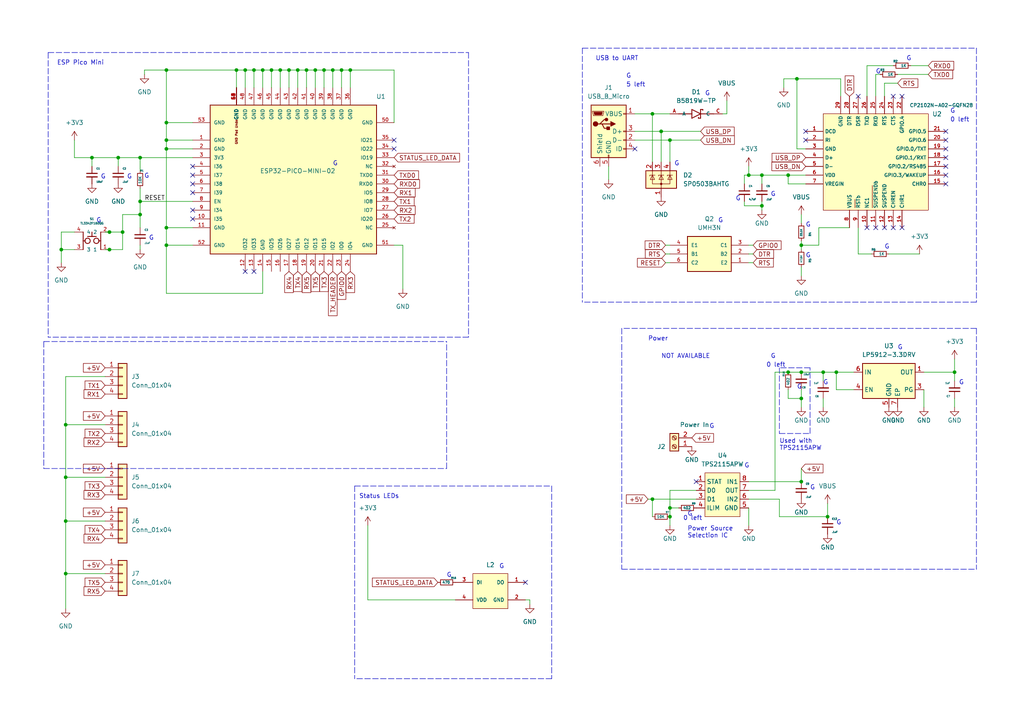
<source format=kicad_sch>
(kicad_sch (version 20211123) (generator eeschema)
  (paper "A4")
  (title_block (title "Kill Switch - Remote") (date "2023-04-12") (rev "1.1") (company "Created by: Greg Hulette") (comment 1 "- LoRa to WiFi Bridge") (comment 2 "- Buttons for Master Relay"))
  (junction (at 220.98 59.69))
  (junction (at 76.2 20.32))
  (junction (at 232.41 139.7))
  (junction (at 88.9 20.32))
  (junction (at 232.41 115.57))
  (junction (at 240.03 149.86))
  (junction (at 48.26 20.32))
  (junction (at 99.06 20.32))
  (junction (at 19.05 151.13))
  (junction (at 228.6 107.95))
  (junction (at 232.41 71.12))
  (junction (at 228.6 50.8))
  (junction (at 48.26 43.18))
  (junction (at 34.29 45.72))
  (junction (at 93.98 20.32))
  (junction (at 17.78 72.39))
  (junction (at 194.31 149.86))
  (junction (at 83.82 20.32))
  (junction (at 48.26 71.12))
  (junction (at 19.05 123.19))
  (junction (at 48.26 40.64))
  (junction (at 68.58 20.32))
  (junction (at 231.14 22.86))
  (junction (at 189.23 33.02))
  (junction (at 71.12 20.32))
  (junction (at 101.6 20.32))
  (junction (at 78.74 20.32))
  (junction (at 48.26 66.04))
  (junction (at 40.64 45.72))
  (junction (at 35.56 67.31))
  (junction (at 40.64 58.42))
  (junction (at 194.31 40.64))
  (junction (at 86.36 20.32))
  (junction (at 217.17 50.8))
  (junction (at 238.76 107.95))
  (junction (at 40.64 62.23))
  (junction (at 73.66 20.32))
  (junction (at 220.98 50.8))
  (junction (at 242.57 107.95))
  (junction (at 91.44 20.32))
  (junction (at 191.77 38.1))
  (junction (at 276.86 107.95))
  (junction (at 189.23 144.78))
  (junction (at 81.28 20.32))
  (junction (at 31.75 72.39))
  (junction (at 26.67 45.72))
  (junction (at 19.05 166.37))
  (junction (at 48.26 35.56))
  (junction (at 31.75 67.31))
  (junction (at 194.31 147.32))
  (junction (at 232.41 107.95))
  (junction (at 19.05 138.43))
  (junction (at 96.52 20.32))
  (no_connect (at 259.08 27.94))
  (no_connect (at 152.4 168.91))
  (no_connect (at 201.93 139.7))
  (no_connect (at 55.88 55.88))
  (no_connect (at 55.88 60.96))
  (no_connect (at 55.88 48.26))
  (no_connect (at 55.88 50.8))
  (no_connect (at 55.88 53.34))
  (no_connect (at 71.12 78.74))
  (no_connect (at 55.88 63.5))
  (no_connect (at 114.3 40.64))
  (no_connect (at 73.66 78.74))
  (no_connect (at 114.3 43.18))
  (no_connect (at 248.92 27.94))
  (no_connect (at 233.68 38.1))
  (no_connect (at 233.68 40.64))
  (no_connect (at 261.62 27.94))
  (no_connect (at 256.54 66.04))
  (no_connect (at 254 66.04))
  (no_connect (at 251.46 66.04))
  (no_connect (at 274.32 53.34))
  (no_connect (at 274.32 38.1))
  (no_connect (at 274.32 40.64))
  (no_connect (at 274.32 43.18))
  (no_connect (at 274.32 45.72))
  (no_connect (at 274.32 48.26))
  (no_connect (at 274.32 50.8))
  (no_connect (at 261.62 66.04))
  (no_connect (at 259.08 66.04))
  (no_connect (at 184.15 43.18))
  (polyline (pts (xy 135.89 15.24) (xy 135.89 97.79)))
  (polyline (pts (xy 102.87 140.97) (xy 160.02 140.97)))
  (polyline (pts (xy 226.06 106.68) (xy 226.06 125.73)))
  (wire (pts (xy 193.04 76.2) (xy 194.31 76.2)))
  (wire (pts (xy 228.6 115.57) (xy 232.41 115.57)))
  (wire (pts (xy 238.76 107.95) (xy 242.57 107.95)))
  (wire (pts (xy 40.64 45.72) (xy 34.29 45.72)))
  (wire (pts (xy 55.88 71.12) (xy 48.26 71.12)))
  (wire (pts (xy 215.9 58.42) (xy 215.9 59.69)))
  (wire (pts (xy 189.23 144.78) (xy 201.93 144.78)))
  (wire (pts (xy 254 27.94) (xy 254 21.59)))
  (wire (pts (xy 232.41 135.89) (xy 232.41 139.7)))
  (wire (pts (xy 256.54 27.94) (xy 256.54 24.13)))
  (wire (pts (xy 224.79 107.95) (xy 228.6 107.95)))
  (wire (pts (xy 217.17 152.4) (xy 217.17 147.32)))
  (wire (pts (xy 48.26 66.04) (xy 55.88 66.04)))
  (wire (pts (xy 71.12 20.32) (xy 71.12 25.4)))
  (polyline (pts (xy 12.7 99.06) (xy 129.54 99.06)))
  (polyline (pts (xy 168.91 13.97) (xy 283.21 13.97)))
  (wire (pts (xy 220.98 53.34) (xy 220.98 50.8)))
  (wire (pts (xy 93.98 20.32) (xy 96.52 20.32)))
  (wire (pts (xy 17.78 67.31) (xy 17.78 72.39)))
  (wire (pts (xy 218.44 73.66) (xy 217.17 73.66)))
  (wire (pts (xy 40.64 58.42) (xy 40.64 62.23)))
  (wire (pts (xy 232.41 77.47) (xy 232.41 80.01)))
  (wire (pts (xy 237.49 66.04) (xy 237.49 71.12)))
  (wire (pts (xy 209.55 33.02) (xy 210.82 33.02)))
  (wire (pts (xy 48.26 71.12) (xy 48.26 66.04)))
  (wire (pts (xy 48.26 43.18) (xy 48.26 40.64)))
  (wire (pts (xy 86.36 20.32) (xy 86.36 25.4)))
  (wire (pts (xy 48.26 20.32) (xy 48.26 35.56)))
  (wire (pts (xy 240.03 146.05) (xy 240.03 149.86)))
  (wire (pts (xy 194.31 147.32) (xy 194.31 149.86)))
  (wire (pts (xy 194.31 73.66) (xy 193.04 73.66)))
  (wire (pts (xy 189.23 33.02) (xy 189.23 46.99)))
  (polyline (pts (xy 283.21 95.25) (xy 283.21 165.1)))
  (wire (pts (xy 91.44 20.32) (xy 91.44 25.4)))
  (polyline (pts (xy 12.7 135.89) (xy 129.54 135.89)))
  (wire (pts (xy 88.9 20.32) (xy 91.44 20.32)))
  (wire (pts (xy 40.64 45.72) (xy 40.64 49.53)))
  (polyline (pts (xy 283.21 87.63) (xy 168.91 87.63)))
  (wire (pts (xy 19.05 151.13) (xy 19.05 166.37)))
  (wire (pts (xy 217.17 142.24) (xy 224.79 142.24)))
  (wire (pts (xy 48.26 40.64) (xy 55.88 40.64)))
  (wire (pts (xy 35.56 62.23) (xy 35.56 67.31)))
  (polyline (pts (xy 135.89 97.79) (xy 13.97 97.79)))
  (wire (pts (xy 228.6 50.8) (xy 220.98 50.8)))
  (wire (pts (xy 21.59 40.64) (xy 21.59 45.72)))
  (wire (pts (xy 201.93 142.24) (xy 194.31 142.24)))
  (wire (pts (xy 215.9 59.69) (xy 220.98 59.69)))
  (wire (pts (xy 30.48 138.43) (xy 19.05 138.43)))
  (wire (pts (xy 30.48 72.39) (xy 31.75 72.39)))
  (wire (pts (xy 19.05 138.43) (xy 19.05 151.13)))
  (wire (pts (xy 276.86 118.11) (xy 276.86 115.57)))
  (polyline (pts (xy 180.34 95.25) (xy 180.34 165.1)))
  (wire (pts (xy 264.16 19.05) (xy 269.24 19.05)))
  (wire (pts (xy 220.98 58.42) (xy 220.98 59.69)))
  (wire (pts (xy 232.41 71.12) (xy 232.41 72.39)))
  (wire (pts (xy 55.88 45.72) (xy 40.64 45.72)))
  (wire (pts (xy 86.36 20.32) (xy 88.9 20.32)))
  (wire (pts (xy 26.67 45.72) (xy 21.59 45.72)))
  (wire (pts (xy 17.78 72.39) (xy 21.59 72.39)))
  (wire (pts (xy 73.66 20.32) (xy 76.2 20.32)))
  (wire (pts (xy 153.67 173.99) (xy 152.4 173.99)))
  (polyline (pts (xy 168.91 13.97) (xy 168.91 87.63)))
  (wire (pts (xy 83.82 20.32) (xy 86.36 20.32)))
  (wire (pts (xy 48.26 20.32) (xy 68.58 20.32)))
  (wire (pts (xy 176.53 48.26) (xy 176.53 52.07)))
  (wire (pts (xy 71.12 20.32) (xy 73.66 20.32)))
  (wire (pts (xy 40.64 71.12) (xy 40.64 72.39)))
  (wire (pts (xy 233.68 50.8) (xy 228.6 50.8)))
  (wire (pts (xy 30.48 151.13) (xy 19.05 151.13)))
  (wire (pts (xy 247.65 113.03) (xy 242.57 113.03)))
  (wire (pts (xy 220.98 59.69) (xy 220.98 60.96)))
  (wire (pts (xy 184.15 40.64) (xy 194.31 40.64)))
  (wire (pts (xy 227.33 22.86) (xy 227.33 25.4)))
  (wire (pts (xy 40.64 54.61) (xy 40.64 58.42)))
  (wire (pts (xy 81.28 20.32) (xy 83.82 20.32)))
  (wire (pts (xy 238.76 110.49) (xy 238.76 107.95)))
  (wire (pts (xy 194.31 147.32) (xy 196.85 147.32)))
  (wire (pts (xy 19.05 123.19) (xy 19.05 138.43)))
  (wire (pts (xy 237.49 71.12) (xy 232.41 71.12)))
  (wire (pts (xy 267.97 107.95) (xy 276.86 107.95)))
  (wire (pts (xy 101.6 25.4) (xy 101.6 20.32)))
  (wire (pts (xy 76.2 78.74) (xy 76.2 85.09)))
  (wire (pts (xy 194.31 40.64) (xy 194.31 46.99)))
  (wire (pts (xy 17.78 72.39) (xy 17.78 76.2)))
  (wire (pts (xy 210.82 29.21) (xy 210.82 33.02)))
  (wire (pts (xy 76.2 25.4) (xy 76.2 20.32)))
  (wire (pts (xy 30.48 123.19) (xy 19.05 123.19)))
  (wire (pts (xy 26.67 45.72) (xy 26.67 48.26)))
  (wire (pts (xy 217.17 76.2) (xy 218.44 76.2)))
  (wire (pts (xy 231.14 22.86) (xy 227.33 22.86)))
  (wire (pts (xy 96.52 20.32) (xy 96.52 25.4)))
  (wire (pts (xy 226.06 144.78) (xy 226.06 149.86)))
  (wire (pts (xy 106.68 173.99) (xy 132.08 173.99)))
  (wire (pts (xy 194.31 142.24) (xy 194.31 147.32)))
  (wire (pts (xy 30.48 166.37) (xy 19.05 166.37)))
  (wire (pts (xy 68.58 20.32) (xy 68.58 25.4)))
  (wire (pts (xy 232.41 107.95) (xy 238.76 107.95)))
  (wire (pts (xy 228.6 107.95) (xy 232.41 107.95)))
  (wire (pts (xy 41.91 20.32) (xy 48.26 20.32)))
  (polyline (pts (xy 226.06 125.73) (xy 234.95 125.73)))
  (wire (pts (xy 242.57 107.95) (xy 247.65 107.95)))
  (wire (pts (xy 233.68 53.34) (xy 228.6 53.34)))
  (wire (pts (xy 224.79 107.95) (xy 224.79 142.24)))
  (wire (pts (xy 48.26 85.09) (xy 48.26 71.12)))
  (wire (pts (xy 276.86 104.14) (xy 276.86 107.95)))
  (wire (pts (xy 34.29 45.72) (xy 34.29 48.26)))
  (polyline (pts (xy 160.02 140.97) (xy 160.02 196.85)))
  (wire (pts (xy 184.15 33.02) (xy 189.23 33.02)))
  (wire (pts (xy 232.41 139.7) (xy 217.17 139.7)))
  (wire (pts (xy 99.06 20.32) (xy 101.6 20.32)))
  (wire (pts (xy 114.3 20.32) (xy 101.6 20.32)))
  (wire (pts (xy 78.74 20.32) (xy 78.74 25.4)))
  (wire (pts (xy 35.56 62.23) (xy 40.64 62.23)))
  (polyline (pts (xy 102.87 140.97) (xy 102.87 196.85)))
  (wire (pts (xy 96.52 20.32) (xy 99.06 20.32)))
  (wire (pts (xy 226.06 149.86) (xy 240.03 149.86)))
  (wire (pts (xy 116.84 71.12) (xy 116.84 83.82)))
  (wire (pts (xy 191.77 38.1) (xy 191.77 46.99)))
  (polyline (pts (xy 129.54 135.89) (xy 129.54 99.06)))
  (wire (pts (xy 233.68 43.18) (xy 231.14 43.18)))
  (polyline (pts (xy 180.34 165.1) (xy 283.21 165.1)))
  (wire (pts (xy 187.96 144.78) (xy 189.23 144.78)))
  (wire (pts (xy 153.67 175.26) (xy 153.67 173.99)))
  (wire (pts (xy 19.05 109.22) (xy 19.05 123.19)))
  (wire (pts (xy 81.28 20.32) (xy 81.28 25.4)))
  (wire (pts (xy 248.92 73.66) (xy 252.73 73.66)))
  (wire (pts (xy 35.56 67.31) (xy 35.56 72.39)))
  (wire (pts (xy 41.91 20.32) (xy 41.91 21.59)))
  (wire (pts (xy 251.46 27.94) (xy 251.46 19.05)))
  (wire (pts (xy 88.9 20.32) (xy 88.9 25.4)))
  (wire (pts (xy 232.41 62.23) (xy 232.41 64.77)))
  (wire (pts (xy 254 21.59) (xy 255.27 21.59)))
  (wire (pts (xy 232.41 113.03) (xy 232.41 115.57)))
  (wire (pts (xy 93.98 20.32) (xy 93.98 25.4)))
  (wire (pts (xy 31.75 67.31) (xy 35.56 67.31)))
  (wire (pts (xy 248.92 66.04) (xy 248.92 73.66)))
  (wire (pts (xy 217.17 48.26) (xy 217.17 50.8)))
  (wire (pts (xy 83.82 20.32) (xy 83.82 25.4)))
  (wire (pts (xy 40.64 58.42) (xy 55.88 58.42)))
  (wire (pts (xy 106.68 152.4) (xy 106.68 173.99)))
  (wire (pts (xy 30.48 67.31) (xy 31.75 67.31)))
  (wire (pts (xy 17.78 67.31) (xy 21.59 67.31)))
  (polyline (pts (xy 283.21 13.97) (xy 283.21 87.63)))
  (wire (pts (xy 243.84 27.94) (xy 243.84 22.86)))
  (wire (pts (xy 232.41 69.85) (xy 232.41 71.12)))
  (wire (pts (xy 215.9 50.8) (xy 217.17 50.8)))
  (wire (pts (xy 48.26 43.18) (xy 55.88 43.18)))
  (polyline (pts (xy 12.7 99.06) (xy 12.7 135.89)))
  (wire (pts (xy 91.44 20.32) (xy 93.98 20.32)))
  (wire (pts (xy 217.17 50.8) (xy 220.98 50.8)))
  (wire (pts (xy 73.66 20.32) (xy 73.66 25.4)))
  (wire (pts (xy 114.3 35.56) (xy 114.3 20.32)))
  (polyline (pts (xy 234.95 106.68) (xy 226.06 106.68)))
  (wire (pts (xy 257.81 73.66) (xy 266.7 73.66)))
  (wire (pts (xy 232.41 115.57) (xy 232.41 118.11)))
  (wire (pts (xy 217.17 144.78) (xy 226.06 144.78)))
  (polyline (pts (xy 283.21 95.25) (xy 180.34 95.25)))
  (wire (pts (xy 40.64 62.23) (xy 40.64 66.04)))
  (wire (pts (xy 55.88 35.56) (xy 48.26 35.56)))
  (wire (pts (xy 189.23 33.02) (xy 194.31 33.02)))
  (wire (pts (xy 184.15 38.1) (xy 191.77 38.1)))
  (wire (pts (xy 30.48 109.22) (xy 19.05 109.22)))
  (wire (pts (xy 78.74 20.32) (xy 81.28 20.32)))
  (wire (pts (xy 48.26 35.56) (xy 48.26 40.64)))
  (wire (pts (xy 189.23 144.78) (xy 189.23 149.86)))
  (polyline (pts (xy 160.02 196.85) (xy 102.87 196.85)))
  (wire (pts (xy 215.9 53.34) (xy 215.9 50.8)))
  (wire (pts (xy 34.29 45.72) (xy 26.67 45.72)))
  (wire (pts (xy 260.35 21.59) (xy 269.24 21.59)))
  (wire (pts (xy 191.77 38.1) (xy 203.2 38.1)))
  (wire (pts (xy 48.26 66.04) (xy 48.26 43.18)))
  (wire (pts (xy 231.14 43.18) (xy 231.14 22.86)))
  (polyline (pts (xy 234.95 125.73) (xy 234.95 106.68)))
  (wire (pts (xy 76.2 20.32) (xy 78.74 20.32)))
  (wire (pts (xy 76.2 85.09) (xy 48.26 85.09)))
  (wire (pts (xy 276.86 110.49) (xy 276.86 107.95)))
  (wire (pts (xy 256.54 24.13) (xy 260.35 24.13)))
  (wire (pts (xy 217.17 71.12) (xy 218.44 71.12)))
  (wire (pts (xy 242.57 113.03) (xy 242.57 107.95)))
  (wire (pts (xy 193.04 71.12) (xy 194.31 71.12)))
  (wire (pts (xy 194.31 149.86) (xy 194.31 152.4)))
  (polyline (pts (xy 13.97 15.24) (xy 135.89 15.24)))
  (wire (pts (xy 228.6 53.34) (xy 228.6 50.8)))
  (wire (pts (xy 237.49 66.04) (xy 246.38 66.04)))
  (wire (pts (xy 238.76 115.57) (xy 238.76 118.11)))
  (wire (pts (xy 31.75 72.39) (xy 35.56 72.39)))
  (wire (pts (xy 251.46 19.05) (xy 259.08 19.05)))
  (wire (pts (xy 68.58 20.32) (xy 71.12 20.32)))
  (wire (pts (xy 243.84 22.86) (xy 231.14 22.86)))
  (wire (pts (xy 194.31 40.64) (xy 203.2 40.64)))
  (wire (pts (xy 267.97 118.11) (xy 267.97 113.03)))
  (wire (pts (xy 99.06 20.32) (xy 99.06 25.4)))
  (wire (pts (xy 114.3 71.12) (xy 116.84 71.12)))
  (wire (pts (xy 19.05 166.37) (xy 19.05 176.53)))
  (polyline (pts (xy 13.97 15.24) (xy 13.97 97.79)))
  (wire (pts (xy 228.6 113.03) (xy 228.6 115.57)))
  (text "G" (at 215.9 135.89 0) (effects (font (size 1.27 1.27)) (justify left bottom)))
  (text "G" (at 254 21.59 0) (effects (font (size 1.27 1.27)) (justify left bottom)))
  (text "0 left" (at 275.59 35.56 0) (effects (font (size 1.27 1.27)) (justify left bottom)))
  (text "Power" (at 187.96 99.06 0) (effects (font (size 1.27 1.27)) (justify left bottom)))
  (text "G" (at 96.52 48.26 0) (effects (font (size 1.27 1.27)) (justify left bottom)))
  (text "G" (at 43.18 69.85 0) (effects (font (size 1.27 1.27)) (justify left bottom)))
  (text "G" (at 41.8215 51.8785 0) (effects (font (size 1.27 1.27)) (justify left bottom)))
  (text "G" (at 205.74 124.46 0) (effects (font (size 1.27 1.27)) (justify left bottom)))
  (text "G" (at 233.68 66.04 0) (effects (font (size 1.27 1.27)) (justify left bottom)))
  (text "G" (at 36.83 52.07 0) (effects (font (size 1.27 1.27)) (justify left bottom)))
  (text "G" (at 223.52 57.15 0) (effects (font (size 1.27 1.27)) (justify left bottom)))
  (text "G" (at 223.52 104.14 0) (effects (font (size 1.27 1.27)) (justify left bottom)))
  (text "G" (at 199.39 149.86 0) (effects (font (size 1.27 1.27)) (justify left bottom)))
  (text "G" (at 242.57 152.4 0) (effects (font (size 1.27 1.27)) (justify left bottom)))
  (text "G" (at 256.54 72.39 0) (effects (font (size 1.27 1.27)) (justify left bottom)))
  (text "ESP Pico Mini" (at 16.51 19.05 0) (effects (font (size 1.27 1.27)) (justify left bottom)))
  (text "G" (at 231.14 113.03 0) (effects (font (size 1.27 1.27)) (justify left bottom)))
  (text "G" (at 208.28 64.77 0) (effects (font (size 1.27 1.27)) (justify left bottom)))
  (text "G" (at 234.95 142.24 0) (effects (font (size 1.27 1.27)) (justify left bottom)))
  (text "NOT AVAILABLE" (at 191.77 104.14 0) (effects (font (size 1.27 1.27)) (justify left bottom)))
  (text "G" (at 262.89 17.78 0) (effects (font (size 1.27 1.27)) (justify left bottom)))
  (text "G" (at 27.94 64.77 0) (effects (font (size 1.27 1.27)) (justify left bottom)))
  (text "G" (at 181.61 22.86 0) (effects (font (size 1.27 1.27)) (justify left bottom)))
  (text "G" (at 204.47 27.94 0) (effects (font (size 1.27 1.27)) (justify left bottom)))
  (text "G" (at 213.36 58.42 0) (effects (font (size 1.27 1.27)) (justify left bottom)))
  (text "0 left" (at 198.12 151.13 0) (effects (font (size 1.27 1.27)) (justify left bottom)))
  (text "5 left" (at 181.61 25.4 0) (effects (font (size 1.27 1.27)) (justify left bottom)))
  (text "G" (at 233.68 74.93 0) (effects (font (size 1.27 1.27)) (justify left bottom)))
  (text "G" (at 29.21 52.07 0) (effects (font (size 1.27 1.27)) (justify left bottom)))
  (text "G" (at 144.78 165.1 0) (effects (font (size 1.27 1.27)) (justify left bottom)))
  (text "G" (at 238.76 111.76 0) (effects (font (size 1.27 1.27)) (justify left bottom)))
  (text "Power Source \nSelection IC" (at 199.39 156.21 0) (effects (font (size 1.27 1.27)) (justify left bottom)))
  (text "Status LEDs" (at 104.14 144.78 0) (effects (font (size 1.27 1.27)) (justify left bottom)))
  (text "Used with \nTPS2115APW" (at 226.06 130.81 0) (effects (font (size 1.27 1.27)) (justify left bottom)))
  (text "G" (at 129.54 167.64 0) (effects (font (size 1.27 1.27)) (justify left bottom)))
  (text "G" (at 195.58 48.26 0) (effects (font (size 1.27 1.27)) (justify left bottom)))
  (text "USB to UART" (at 172.72 17.78 0) (effects (font (size 1.27 1.27)) (justify left bottom)))
  (text "G" (at 278.13 111.76 0) (effects (font (size 1.27 1.27)) (justify left bottom)))
  (text "0 left" (at 222.25 106.68 0) (effects (font (size 1.27 1.27)) (justify left bottom)))
  (text "G" (at 260.35 101.6 0) (effects (font (size 1.27 1.27)) (justify left bottom)))
  (text "G" (at 275.59 33.02 0) (effects (font (size 1.27 1.27)) (justify left bottom)))
  (label "RESET" (at 41.91 58.42 0))
  (global_label "+5V" (shape input) (at 187.96 144.78 180) (property "Intersheet References" "${INTERSHEET_REFS}" (effects hide)))
  (global_label "RX5" (shape input) (at 30.48 171.45 180) (property "Intersheet References" "${INTERSHEET_REFS}" (effects hide)))
  (global_label "TXD0" (shape input) (at 114.3 50.8 0) (property "Intersheet References" "${INTERSHEET_REFS}" (effects hide)))
  (global_label "TXD0" (shape input) (at 269.24 21.59 0) (property "Intersheet References" "${INTERSHEET_REFS}" (effects hide)))
  (global_label "TX2" (shape input) (at 114.3 63.5 0) (property "Intersheet References" "${INTERSHEET_REFS}" (effects hide)))
  (global_label "+5V" (shape input) (at 232.41 135.89 0) (property "Intersheet References" "${INTERSHEET_REFS}" (effects hide)))
  (global_label "GPIO0" (shape input) (at 218.44 71.12 0) (property "Intersheet References" "${INTERSHEET_REFS}" (effects hide)))
  (global_label "GPIO0" (shape input) (at 99.06 78.74 270) (property "Intersheet References" "${INTERSHEET_REFS}" (effects hide)))
  (global_label "TX1" (shape input) (at 30.48 111.76 180) (property "Intersheet References" "${INTERSHEET_REFS}" (effects hide)))
  (global_label "RX1" (shape input) (at 30.48 114.3 180) (property "Intersheet References" "${INTERSHEET_REFS}" (effects hide)))
  (global_label "TX2" (shape input) (at 30.48 125.73 180) (property "Intersheet References" "${INTERSHEET_REFS}" (effects hide)))
  (global_label "RX4" (shape input) (at 30.48 156.21 180) (property "Intersheet References" "${INTERSHEET_REFS}" (effects hide)))
  (global_label "+5V" (shape input) (at 30.48 120.65 180) (property "Intersheet References" "${INTERSHEET_REFS}" (effects hide)))
  (global_label "+5V" (shape input) (at 30.48 135.89 180) (property "Intersheet References" "${INTERSHEET_REFS}" (effects hide)))
  (global_label "RTS" (shape input) (at 218.44 76.2 0) (property "Intersheet References" "${INTERSHEET_REFS}" (effects hide)))
  (global_label "DTR" (shape input) (at 193.04 71.12 180) (property "Intersheet References" "${INTERSHEET_REFS}" (effects hide)))
  (global_label "USB_DP" (shape input) (at 203.2 38.1 0) (property "Intersheet References" "${INTERSHEET_REFS}" (effects hide)))
  (global_label "TX1" (shape input) (at 114.3 58.42 0) (property "Intersheet References" "${INTERSHEET_REFS}" (effects hide)))
  (global_label "USB_DN" (shape input) (at 233.68 48.26 180) (property "Intersheet References" "${INTERSHEET_REFS}" (effects hide)))
  (global_label "USB_DN" (shape input) (at 203.2 40.64 0) (property "Intersheet References" "${INTERSHEET_REFS}" (effects hide)))
  (global_label "STATUS_LED_DATA" (shape input) (at 127 168.91 180) (property "Intersheet References" "${INTERSHEET_REFS}" (effects hide)))
  (global_label "RX3" (shape input) (at 30.48 143.51 180) (property "Intersheet References" "${INTERSHEET_REFS}" (effects hide)))
  (global_label "TX3" (shape input) (at 30.48 140.97 180) (property "Intersheet References" "${INTERSHEET_REFS}" (effects hide)))
  (global_label "RTS" (shape input) (at 193.04 73.66 180) (property "Intersheet References" "${INTERSHEET_REFS}" (effects hide)))
  (global_label "RXD0" (shape input) (at 114.3 53.34 0) (property "Intersheet References" "${INTERSHEET_REFS}" (effects hide)))
  (global_label "DTR" (shape input) (at 218.44 73.66 0) (property "Intersheet References" "${INTERSHEET_REFS}" (effects hide)))
  (global_label "+5V" (shape input) (at 30.48 106.68 180) (property "Intersheet References" "${INTERSHEET_REFS}" (effects hide)))
  (global_label "TX4" (shape input) (at 86.36 78.74 270) (property "Intersheet References" "${INTERSHEET_REFS}" (effects hide)))
  (global_label "STATUS_LED_DATA" (shape input) (at 114.3 45.72 0) (property "Intersheet References" "${INTERSHEET_REFS}" (effects hide)))
  (global_label "RESET" (shape input) (at 193.04 76.2 180) (property "Intersheet References" "${INTERSHEET_REFS}" (effects hide)))
  (global_label "RXD0" (shape input) (at 269.24 19.05 0) (property "Intersheet References" "${INTERSHEET_REFS}" (effects hide)))
  (global_label "RTS" (shape input) (at 260.35 24.13 0) (property "Intersheet References" "${INTERSHEET_REFS}" (effects hide)))
  (global_label "+5V" (shape input) (at 30.48 148.59 180) (property "Intersheet References" "${INTERSHEET_REFS}" (effects hide)))
  (global_label "TX3" (shape input) (at 93.98 78.74 270) (property "Intersheet References" "${INTERSHEET_REFS}" (effects hide)))
  (global_label "RX3" (shape input) (at 101.6 78.74 270) (property "Intersheet References" "${INTERSHEET_REFS}" (effects hide)))
  (global_label "RX2" (shape input) (at 30.48 128.27 180) (property "Intersheet References" "${INTERSHEET_REFS}" (effects hide)))
  (global_label "DTR" (shape input) (at 246.38 27.94 90) (property "Intersheet References" "${INTERSHEET_REFS}" (effects hide)))
  (global_label "TX4" (shape input) (at 30.48 153.67 180) (property "Intersheet References" "${INTERSHEET_REFS}" (effects hide)))
  (global_label "USB_DP" (shape input) (at 233.68 45.72 180) (property "Intersheet References" "${INTERSHEET_REFS}" (effects hide)))
  (global_label "TX_HEADER" (shape input) (at 96.52 78.74 270) (property "Intersheet References" "${INTERSHEET_REFS}" (effects hide)))
  (global_label "RX1" (shape input) (at 114.3 55.88 0) (property "Intersheet References" "${INTERSHEET_REFS}" (effects hide)))
  (global_label "+5V" (shape input) (at 200.66 127 0) (property "Intersheet References" "${INTERSHEET_REFS}" (effects hide)))
  (global_label "+5V" (shape input) (at 30.48 163.83 180) (property "Intersheet References" "${INTERSHEET_REFS}" (effects hide)))
  (global_label "TX5" (shape input) (at 30.48 168.91 180) (property "Intersheet References" "${INTERSHEET_REFS}" (effects hide)))
  (global_label "RX5" (shape input) (at 88.9 78.74 270) (property "Intersheet References" "${INTERSHEET_REFS}" (effects hide)))
  (global_label "RX4" (shape input) (at 83.82 78.74 270) (property "Intersheet References" "${INTERSHEET_REFS}" (effects hide)))
  (global_label "RX2" (shape input) (at 114.3 60.96 0) (property "Intersheet References" "${INTERSHEET_REFS}" (effects hide)))
  (global_label "TX5" (shape input) (at 91.44 78.74 270) (property "Intersheet References" "${INTERSHEET_REFS}" (effects hide)))
  (symbol (lib_id "power:GND") (at 41.91 21.59 0) (unit 1)
    (property "Reference" "#PWR0136" (effects hide))
    (property "Value" "GND" (at 41.91 26.67 0))
  )
  (symbol (lib_id "power:GND") (at 217.17 152.4 0) (unit 1)
    (property "Reference" "#PWR0110" (effects hide))
    (property "Value" "GND" (at 217.17 156.21 0))
  )
  (symbol (lib_id "power:GND") (at 227.33 25.4 0) (unit 1)
    (property "Reference" "#PWR0108" (effects hide))
    (property "Value" "GND" (at 227.33 30.48 0))
  )
  (symbol (lib_id "Device:C_Small") (at 40.64 68.58 0) (unit 1)
    (property "Reference" "C3" (at 41.91 66.6813 0) (effects (font (size 0.5 0.5)) (justify left)))
    (property "Value" ".1uF" (at 41.91 70.4913 0) (effects (font (size 0.5 0.5)) (justify left)))
    (property "Footprint" "Capacitor_SMD:C_0402_1005Metric" (effects hide))
    (property "Datasheet" "https://www.we-online.com/katalog/datasheet/885012206020.pdf" (effects hide))
    (property "Manufacturers Name" " Samsung Electro-Mechanics" (effects hide))
    (property "Manufacturers Part Number" "CL05B104KB54PNC" (effects hide))
    (property "LCSC" "C307331" (effects hide))
  )
  (symbol (lib_id "Connector_Generic:Conn_01x04") (at 35.56 123.19 0) (unit 1)
    (property "Reference" "J4" (at 38.1 123.1899 0) (effects (justify left)))
    (property "Value" "Conn_01x04" (at 38.1 125.7299 0) (effects (justify left)))
    (property "Footprint" "Connector_PinHeader_2.54mm:PinHeader_1x04_P2.54mm_Vertical" (effects hide))
    (property "LCSC" "C2691448" (effects hide))
    (property "Manufacturer" "XFCN" (effects hide))
    (property "Manufacturer's Part Number" "PZ254V-11-04P" (effects hide))
  )
  (symbol (lib_id "power:GND") (at 220.98 60.96 0) (unit 1)
    (property "Reference" "#PWR0105" (effects hide))
    (property "Value" "GND" (at 220.98 64.77 0))
  )
  (symbol (lib_id "Device:C_Small") (at 220.98 55.88 0) (unit 1)
    (property "Reference" "C5" (at 222.25 53.9813 0) (effects (font (size 0.5 0.5)) (justify left)))
    (property "Value" ".1uF" (at 222.25 57.7913 0) (effects (font (size 0.5 0.5)) (justify left)))
    (property "Footprint" "Capacitor_SMD:C_0402_1005Metric" (effects hide))
    (property "Datasheet" "https://www.we-online.com/katalog/datasheet/885012206020.pdf" (effects hide))
    (property "Manufacturers Name" "Samsung Electro-Mechanics" (effects hide))
    (property "Manufacturers Part Number" "CL05B104KB54PNC" (effects hide))
    (property "LCSC" "C307331" (effects hide))
  )
  (symbol (lib_id "Regulator_Linear:LP5912-3.3DRV") (at 257.81 110.49 0) (unit 1)
    (property "Reference" "U3" (at 257.81 100.33 0))
    (property "Value" "LP5912-3.3DRV" (at 257.81 102.87 0))
    (property "Footprint" "Package_SON:WSON-6-1EP_2x2mm_P0.65mm_EP1x1.6mm_ThermalVias" (effects hide))
    (property "Datasheet" "http://www.ti.com/lit/ds/symlink/lp5912.pdf" (effects hide))
    (property "Manufacturers Name" "Texas Instruments" (effects hide))
    (property "Manufacturers Part Number" "LP5912Q3.3DRVTQ1" (effects hide))
    (property "LCSC" "C2876187" (effects hide))
  )
  (symbol (lib_id "Device:R_Small") (at 129.54 168.91 270) (unit 1)
    (property "Reference" "R16" (at 130.8101 167.64 90) (effects (font (size 0.5 0.5)) (justify left)))
    (property "Value" "470" (at 128.2701 168.91 90) (effects (font (size 0.75 0.75)) (justify left)))
    (property "Footprint" "Resistor_SMD:R_0402_1005Metric" (effects hide))
    (property "Datasheet" "https://www.yageo.com/upload/media/product/productsearch/datasheet/rchip/PYu-RC_Group_51_RoHS_L_12.pdf" (effects hide))
    (property "Manufacturers Name" "YAGEO" (effects hide))
    (property "Manufacturers Part Number" "RT0402BRD07470RL" (effects hide))
    (property "LCSC" "C852799" (effects hide))
  )
  (symbol (lib_id "Device:C_Small") (at 240.03 152.4 0) (unit 1)
    (property "Reference" "C12" (at 241.3 150.5013 0) (effects (font (size 0.5 0.5)) (justify left)))
    (property "Value" ".1uF" (at 241.3 154.3113 0) (effects (font (size 0.5 0.5)) (justify left)))
    (property "Footprint" "Capacitor_SMD:C_0402_1005Metric" (effects hide))
    (property "Datasheet" "https://www.we-online.com/katalog/datasheet/885012206020.pdf" (effects hide))
    (property "Manufacturers Name" "Samsung Electro-Mechanics" (effects hide))
    (property "Manufacturers Part Number" "CL05B104KB54PNC" (effects hide))
    (property "LCSC" "C307331" (effects hide))
  )
  (symbol (lib_id "power:+3.3V") (at 106.68 152.4 0) (unit 1)
    (property "Reference" "#PWR0130" (effects hide))
    (property "Value" "+3.3V" (at 106.68 147.32 0))
  )
  (symbol (lib_id "power:GND") (at 257.81 118.11 0) (unit 1)
    (property "Reference" "#PWR0121" (effects hide))
    (property "Value" "GND" (at 257.81 121.92 0))
  )
  (symbol (lib_id "power:GND") (at 153.67 175.26 0) (unit 1)
    (property "Reference" "#PWR0128" (effects hide))
    (property "Value" "GND" (at 153.67 180.34 0))
  )
  (symbol (lib_id "power:GND") (at 191.77 57.15 0) (unit 1)
    (property "Reference" "#PWR0103" (effects hide))
    (property "Value" "GND" (at 191.77 62.23 0))
  )
  (symbol (lib_id "Custom:CP2102N-A02-GQFN28") (at 254 45.72 0) (unit 1)
    (property "Reference" "U2" (at 271.78 33.0706 0))
    (property "Value" "CP2102N-A02-GQFN28" (at 273.05 30.5307 0) (effects (font (size 1.016 1.016))))
    (property "Footprint" "Package_DFN_QFN:QFN-28-1EP_5x5mm_P0.5mm_EP3.35x3.35mm" (effects hide))
    (property "Manufacturers Name" "Silicon Labs" (effects hide))
    (property "Manufacturers Part Number" "CP2102N-A02-GQFN28" (effects hide))
    (property "Digikey Part Number" "336-5889-ND" (effects hide))
    (property "Mouser Part Number" "634-CP2102NA02GQFN28 " (effects hide))
    (property "LCSC" "C964632" (effects hide))
  )
  (symbol (lib_id "Device:R_Small") (at 232.41 74.93 0) (unit 1)
    (property "Reference" "R5" (at 234.95 76.1999 90) (effects (font (size 0.6 0.6)) (justify left)))
    (property "Value" "47.5K" (at 232.41 76.1999 90) (effects (font (size 0.5 0.5)) (justify left)))
    (property "Footprint" "Resistor_SMD:R_0402_1005Metric" (effects hide))
    (property "Datasheet" "https://www.yageo.com/upload/media/product/productsearch/datasheet/rchip/PYu-RC_Group_51_RoHS_L_12.pdf" (effects hide))
    (property "Manufacturers Name" "YAGEO" (effects hide))
    (property "Manufacturers Part Number" "RC0402FR-0747K5L" (effects hide))
    (property "Digikey Part Number" "311-47.5KLRCT-ND" (effects hide))
    (property "Mouser Part Number" "603-RC0402FR-0747K5L " (effects hide))
    (property "LCSC" "C270604" (effects hide))
  )
  (symbol (lib_id "power:VBUS") (at 240.03 146.05 0) (unit 1)
    (property "Reference" "#PWR0118" (effects hide))
    (property "Value" "VBUS" (at 240.03 140.97 0))
  )
  (symbol (lib_id "Power_Protection:SP0503BAHT") (at 191.77 52.07 0) (unit 1)
    (property "Reference" "D2" (at 198.12 50.7999 0) (effects (justify left)))
    (property "Value" "SP0503BAHTG" (at 198.12 53.3399 0) (effects (justify left)))
    (property "Footprint" "Package_TO_SOT_SMD:SOT-143" (effects hide))
    (property "Datasheet" "http://www.littelfuse.com/~/media/files/littelfuse/technical%20resources/documents/data%20sheets/sp05xxba.pdf" (effects hide))
    (property "Manufacturers Name" "Littelfuse Inc." (effects hide))
    (property "Manufacturers Part Number" "SP0503BAHTG" (effects hide))
    (property "Digikey Part Number" "F2715CT-ND" (effects hide))
    (property "Mouser Part Number" "576-SP0503BAHTG " (effects hide))
    (property "LCSC" "C7074" (effects hide))
  )
  (symbol (lib_id "Custom:TPS2115APW") (at 209.55 142.24 0) (unit 1)
    (property "Reference" "U4" (at 209.55 132.08 0))
    (property "Value" "TPS2115APW" (at 209.55 134.62 0))
    (property "Footprint" "Package_SO:TSSOP-8_4.4x3mm_P0.65mm" (effects hide))
    (property "Datasheet" "https://www.ti.com/general/docs/suppproductinfo.tsp?distId=10&gotoUrl=https%3A%2F%2Fwww.ti.com%2Flit%2Fgpn%2Ftps2114a" (effects hide))
    (property "Manufacturers Name" "Texas Instruments" (effects hide))
    (property "Manufacturers Part Number" "TPS2115APWR" (effects hide))
    (property "Digikey Part Number" "296-26918-5-ND" (effects hide))
    (property "Mouser Part Number" "595-TPS2115APW " (effects hide))
    (property "LCSC" "C70287" (effects hide))
  )
  (symbol (lib_id "power:GND") (at 232.41 80.01 0) (unit 1)
    (property "Reference" "#PWR0104" (effects hide))
    (property "Value" "GND" (at 232.41 85.09 0))
  )
  (symbol (lib_id "power:GND") (at 267.97 118.11 0) (unit 1)
    (property "Reference" "#PWR0119" (effects hide))
    (property "Value" "GND" (at 267.97 121.92 0))
  )
  (symbol (lib_id "power:GND") (at 260.35 118.11 0) (unit 1)
    (property "Reference" "#PWR0120" (effects hide))
    (property "Value" "GND" (at 260.35 121.92 0))
  )
  (symbol (lib_id "power:GND") (at 40.64 72.39 0) (unit 1)
    (property "Reference" "#PWR0138" (effects hide))
    (property "Value" "GND" (at 40.64 77.47 0))
  )
  (symbol (lib_id "Device:C_Small") (at 26.67 50.8 0) (unit 1)
    (property "Reference" "C1" (at 27.94 48.9013 0) (effects (font (size 0.5 0.5)) (justify left)))
    (property "Value" "10uF" (at 27.94 52.7113 0) (effects (font (size 0.5 0.5)) (justify left)))
    (property "Footprint" "Capacitor_SMD:C_0805_2012Metric" (effects hide))
    (property "Datasheet" "https://www.we-online.com/katalog/datasheet/885012107014.pdf" (effects hide))
    (property "Manufacturers Name" "Würth Elektronik" (effects hide))
    (property "Manufacturers Part Number" "CS2012X7R106K100NRE" (effects hide))
    (property "LCSC" "C1222438" (effects hide))
    (property "Manufacturer's Part Number" "CS2012X7R106K100NRE" (effects hide))
  )
  (symbol (lib_id "Device:C_Small") (at 232.41 142.24 0) (unit 1)
    (property "Reference" "C9" (at 233.68 140.3413 0) (effects (font (size 0.5 0.5)) (justify left)))
    (property "Value" ".1uF" (at 233.68 144.1513 0) (effects (font (size 0.5 0.5)) (justify left)))
    (property "Footprint" "Capacitor_SMD:C_0402_1005Metric" (effects hide))
    (property "Manufacturers Name" "Samsung Electro-Mechanics" (effects hide))
    (property "Manufacturers Part Number" "CL05B104KB54PNC" (effects hide))
    (property "LCSC" "C307331 " (effects hide))
  )
  (symbol (lib_id "power:GND") (at 238.76 118.11 0) (unit 1)
    (property "Reference" "#PWR0116" (effects hide))
    (property "Value" "GND" (at 238.76 121.92 0))
  )
  (symbol (lib_id "Device:C_Small") (at 276.86 113.03 180) (unit 1)
    (property "Reference" "C7" (at 275.59 114.9287 0) (effects (font (size 0.5 0.5)) (justify left)))
    (property "Value" "1uF" (at 275.59 111.1187 0) (effects (font (size 0.5 0.5)) (justify left)))
    (property "Footprint" "Capacitor_SMD:C_0603_1608Metric" (effects hide))
    (property "Manufacturers Name" "Murata Electronics" (effects hide))
    (property "Manufacturers Part Number" "GRM188B31H105KAALD" (effects hide))
    (property "LCSC" "C913562" (effects hide))
  )
  (symbol (lib_id "Device:R_Small") (at 257.81 21.59 90) (unit 1)
    (property "Reference" "R3" (at 256.5399 20.32 90) (effects (font (size 0.6 0.6)) (justify left)))
    (property "Value" "1K" (at 259.0799 21.59 90) (effects (font (size 0.75 0.75)) (justify left)))
    (property "Footprint" "Resistor_SMD:R_0402_1005Metric" (effects hide))
    (property "Datasheet" "https://www.yageo.com/upload/media/product/productsearch/datasheet/rchip/PYu-RC_Group_51_RoHS_L_12.pdf" (effects hide))
    (property "Manufacturers Name" "YAGEO" (effects hide))
    (property "Manufacturers Part Number" "RC0402JR-071KL" (effects hide))
    (property "Digikey Part Number" "311-1.0KJRCT-ND" (effects hide))
    (property "Mouser Part Number" "603-RC0402JR-071KL " (effects hide))
    (property "LCSC" "C105637" (effects hide))
  )
  (symbol (lib_id "power:GND") (at 276.86 118.11 0) (unit 1)
    (property "Reference" "#PWR0112" (effects hide))
    (property "Value" "GND" (at 276.86 121.92 0))
  )
  (symbol (lib_id "Device:C_Small") (at 238.76 113.03 180) (unit 1)
    (property "Reference" "C6" (at 237.49 114.9287 0) (effects (font (size 0.5 0.5)) (justify left)))
    (property "Value" "1uF" (at 237.49 111.1187 0) (effects (font (size 0.5 0.5)) (justify left)))
    (property "Footprint" "Capacitor_SMD:C_0603_1608Metric" (effects hide))
    (property "Manufacturers Name" "Murata Electronics" (effects hide))
    (property "Manufacturers Part Number" "GRM188B31H105KAALD" (effects hide))
    (property "LCSC" "C913562" (effects hide))
  )
  (symbol (lib_id "Device:R_Small") (at 255.27 73.66 90) (unit 1)
    (property "Reference" "R6" (at 253.9999 72.39 90) (effects (font (size 0.6 0.6)) (justify left)))
    (property "Value" "1K" (at 256.5399 73.66 90) (effects (font (size 0.75 0.75)) (justify left)))
    (property "Footprint" "Resistor_SMD:R_0402_1005Metric" (effects hide))
    (property "Datasheet" "https://www.yageo.com/upload/media/product/productsearch/datasheet/rchip/PYu-RC_Group_51_RoHS_L_12.pdf" (effects hide))
    (property "Manufacturers Name" "YAGEO" (effects hide))
    (property "Manufacturers Part Number" "RC0402JR-071KL" (effects hide))
    (property "Digikey Part Number" "311-1.0KJRCT-ND" (effects hide))
    (property "Mouser Part Number" "603-RC0402JR-071KL " (effects hide))
    (property "LCSC" "C105637" (effects hide))
  )
  (symbol (lib_id "power:VBUS") (at 232.41 62.23 0) (unit 1)
    (property "Reference" "#PWR0109" (effects hide))
    (property "Value" "VBUS" (at 232.41 57.15 0))
  )
  (symbol (lib_id "power:GND") (at 19.05 176.53 0) (unit 1)
    (property "Reference" "#PWR0122" (effects hide))
    (property "Value" "GND" (at 19.05 181.61 0))
  )
  (symbol (lib_id "Device:R_Small") (at 191.77 149.86 270) (unit 1)
    (property "Reference" "R7" (at 193.0401 148.59 90) (effects (font (size 0.5 0.5)) (justify left)))
    (property "Value" "10K" (at 190.5001 149.86 90) (effects (font (size 0.75 0.75)) (justify left)))
    (property "Footprint" "Resistor_SMD:R_0402_1005Metric" (effects hide))
    (property "Manufacturers Name" "Viking Tech " (effects hide))
    (property "Manufacturers Part Number" "AR02DTC1002" (effects hide))
    (property "LCSC" "C414854" (effects hide))
  )
  (symbol (lib_id "Connector:USB_B_Micro") (at 176.53 38.1 0) (unit 1)
    (property "Reference" "J1" (at 176.53 25.4 0))
    (property "Value" "USB_B_Micro" (at 176.53 27.94 0))
    (property "Footprint" "Connector_USB:USB_Micro-B_Amphenol_10118194_Horizontal" (effects hide))
    (property "Datasheet" "https://www.amphenol-cs.com/media/wysiwyg/files/drawing/10118194.pdf" (effects hide))
    (property "Manufacturers Name" "Amphenol ICC (FCI)" (effects hide))
    (property "Manufacturers Part Number" "10118194-0001LF" (effects hide))
    (property "Digikey Part Number" "609-4618-1-ND" (effects hide))
    (property "Mouser Part Number" "649-10118194-0001LF " (effects hide))
    (property "LCSC" "C132563" (effects hide))
  )
  (symbol (lib_id "Connector_Generic:Conn_01x04") (at 35.56 166.37 0) (unit 1)
    (property "Reference" "J7" (at 38.1 166.3699 0) (effects (justify left)))
    (property "Value" "Conn_01x04" (at 38.1 168.9099 0) (effects (justify left)))
    (property "Footprint" "Connector_PinHeader_2.54mm:PinHeader_1x04_P2.54mm_Vertical" (effects hide))
    (property "LCSC" "C2691448" (effects hide))
    (property "Manufacturer" "XFCN" (effects hide))
    (property "Manufacturer's Part Number" "PZ254V-11-04P" (effects hide))
  )
  (symbol (lib_id "power:GND") (at 17.78 76.2 0) (unit 1)
    (property "Reference" "#PWR0139" (effects hide))
    (property "Value" "GND" (at 17.78 81.28 0))
  )
  (symbol (lib_id "Device:R_Small") (at 199.39 147.32 270) (unit 1)
    (property "Reference" "R9" (at 200.6601 146.05 90) (effects (font (size 0.5 0.5)) (justify left)))
    (property "Value" "402" (at 198.1201 147.32 90) (effects (font (size 0.75 0.75)) (justify left)))
    (property "Footprint" "Resistor_SMD:R_0402_1005Metric" (effects hide))
    (property "Manufacturers Name" "Meritek" (effects hide))
    (property "Manufacturers Part Number" "CR204000F" (effects hide))
    (property "LCSC" "C41042" (effects hide))
  )
  (symbol (lib_id "Device:C_Small") (at 34.29 50.8 0) (unit 1)
    (property "Reference" "C2" (at 35.56 48.9013 0) (effects (font (size 0.5 0.5)) (justify left)))
    (property "Value" ".1uF" (at 35.56 52.7113 0) (effects (font (size 0.5 0.5)) (justify left)))
    (property "Footprint" "Capacitor_SMD:C_0402_1005Metric" (effects hide))
    (property "Datasheet" "https://www.we-online.com/katalog/datasheet/885012206020.pdf" (effects hide))
    (property "Manufacturers Name" " Samsung Electro-Mechanics" (effects hide))
    (property "Manufacturers Part Number" "CL05B104KB54PNC" (effects hide))
    (property "LCSC" "C307331" (effects hide))
  )
  (symbol (lib_id "Device:R_Small") (at 228.6 110.49 0) (unit 1)
    (property "Reference" "R10" (at 227.33 109.2199 90) (effects (font (size 0.5 0.5)) (justify left)))
    (property "Value" "402" (at 228.6 111.7599 90) (effects (font (size 0.75 0.75)) (justify left)))
    (property "Footprint" "Resistor_SMD:R_0402_1005Metric" (effects hide))
    (property "Manufacturers Name" "Meritek" (effects hide))
    (property "Manufacturers Part Number" "CR204000F" (effects hide))
    (property "LCSC" "C41042" (effects hide))
  )
  (symbol (lib_id "Device:R_Small") (at 232.41 67.31 0) (unit 1)
    (property "Reference" "R4" (at 234.95 68.5799 90) (effects (font (size 0.6 0.6)) (justify left)))
    (property "Value" "22.1K" (at 232.41 68.5799 90) (effects (font (size 0.5 0.5)) (justify left)))
    (property "Footprint" "Resistor_SMD:R_0402_1005Metric" (effects hide))
    (property "Datasheet" "https://www.yageo.com/upload/media/product/productsearch/datasheet/rchip/PYu-RC_Group_51_RoHS_L_12.pdf" (effects hide))
    (property "Manufacturers Name" "YAGEO" (effects hide))
    (property "Manufacturers Part Number" "RC0402JR-0722KL" (effects hide))
    (property "Digikey Part Number" "311-22KJRCT-ND" (effects hide))
    (property "Mouser Part Number" "603-RC0402JR-0722KL " (effects hide))
    (property "LCSC" "C137898" (effects hide))
  )
  (symbol (lib_id "Custom:UMH3N") (at 194.31 71.12 0) (unit 1)
    (property "Reference" "Q2" (at 205.74 63.5 0))
    (property "Value" "UMH3N" (at 205.74 66.04 0))
    (property "Footprint" "Custom:SOT65P230X110-6N" (effects hide))
    (property "Datasheet" "https://www.mouser.com/datasheet/2/348/umh3ntn-e-1872947.pdf" (effects hide))
    (property "MANUFACTURER_PART_NUMBER" "UMH3N" (effects hide))
    (property "MANUFACTURER_NAME" "Changjiang Electronics Tech (CJ)" (effects hide))
    (property "HEIGHT" "1.1mm" (effects hide))
    (property "DESCRIPTION" "2 NPN pre-biased (Dual) 100mA 50V SC-70-6(SOT-363) Digital Transistors RoHS" (effects hide))
    (property "Manufacturers Name" "ROHM Semiconductor" (effects hide))
    (property "Manufacturers Part Number" "UMH3NTN " (effects hide))
    (property "Digikey Part Number" "UMH3NTNCT-ND" (effects hide))
    (property "Mouser Part Number" "755-UMH3NTN " (effects hide))
    (property "LCSC" "C123008" (effects hide))
  )
  (symbol (lib_id "power:GND") (at 26.67 53.34 0) (unit 1)
    (property "Reference" "#PWR0134" (effects hide))
    (property "Value" "GND" (at 26.67 58.42 0))
  )
  (symbol (lib_id "Device:R_Small") (at 261.62 19.05 90) (unit 1)
    (property "Reference" "R2" (at 260.3499 17.78 90) (effects (font (size 0.6 0.6)) (justify left)))
    (property "Value" "1K" (at 262.8899 19.05 90) (effects (font (size 0.75 0.75)) (justify left)))
    (property "Footprint" "Resistor_SMD:R_0402_1005Metric" (effects hide))
    (property "Datasheet" "https://www.yageo.com/upload/media/product/productsearch/datasheet/rchip/PYu-RC_Group_51_RoHS_L_12.pdf" (effects hide))
    (property "Manufacturers Name" "YAGEO" (effects hide))
    (property "Manufacturers Part Number" "RC0402JR-071KL" (effects hide))
    (property "Digikey Part Number" "311-1.0KJRCT-ND" (effects hide))
    (property "Mouser Part Number" "603-RC0402JR-071KL " (effects hide))
    (property "LCSC" "C105637" (effects hide))
  )
  (symbol (lib_id "Custom:B5819W-TP") (at 201.93 33.02 0) (unit 1)
    (property "Reference" "D1" (at 201.93 26.67 0))
    (property "Value" "B5819W-TP" (at 201.93 29.21 0))
    (property "Footprint" "Custom:SOD3716X135N" (effects hide))
    (property "Datasheet" "https://www.mccsemi.com/pdf/Products/B5817W-B5819W(SOD-123).pdf" (effects hide))
    (property "MANUFACTURER" "Micro Commercial Components" (effects hide))
    (property "Manufacturers Name" "Micro Commercial Co" (effects hide))
    (property "Manufacturers Part Number" "B5819W-TP" (effects hide))
    (property "Digikey Part Number" "B5819W-TPMSCT-ND" (effects hide))
    (property "Mouser Part Number" "833-B5819W-TP " (effects hide))
    (property "LCSC" "C84354" (effects hide))
  )
  (symbol (lib_id "power:GND") (at 232.41 144.78 0) (unit 1)
    (property "Reference" "#PWR0114" (effects hide))
    (property "Value" "GND" (at 232.41 148.59 0))
  )
  (symbol (lib_id "power:GND") (at 116.84 83.82 0) (unit 1)
    (property "Reference" "#PWR0126" (effects hide))
    (property "Value" "GND" (at 116.84 88.9 0))
  )
  (symbol (lib_id "Custom:TL3342F160QG") (at 26.67 69.85 0) (unit 1)
    (property "Reference" "S1" (at 26.67 63.5 0) (effects (font (size 0.6 0.6))))
    (property "Value" "TL3342F160QG" (at 26.67 64.77 0) (effects (font (size 0.6 0.6))))
    (property "Footprint" "Custom:SW_TL3342F160QG" (effects hide))
    (property "Datasheet" "https://sten-eswitch-13110800-production.s3.amazonaws.com/system/asset/product_line/data_sheet/165/TL3342.pdf" (effects hide))
    (property "MANUFACTURER" "E SWITCH" (effects hide))
    (property "Manufacturers Name" "E-Switch" (effects hide))
    (property "Manufacturers Part Number" "TL3342F160QG" (effects hide))
    (property "LCSC" "C492949" (effects hide))
  )
  (symbol (lib_id "power:VBUS") (at 210.82 29.21 0) (unit 1)
    (property "Reference" "#PWR0107" (effects hide))
    (property "Value" "VBUS" (at 210.82 24.13 0))
  )
  (symbol (lib_id "power:+3.3V") (at 21.59 40.64 0) (unit 1)
    (property "Reference" "#PWR0137" (effects hide))
    (property "Value" "+3.3V" (at 21.59 35.56 0))
  )
  (symbol (lib_id "power:GND") (at 194.31 152.4 0) (unit 1)
    (property "Reference" "#PWR0113" (effects hide))
    (property "Value" "GND" (at 194.31 156.21 0))
  )
  (symbol (lib_id "power:+3.3V") (at 276.86 104.14 0) (unit 1)
    (property "Reference" "#PWR0111" (effects hide))
    (property "Value" "+3.3V" (at 276.86 99.06 0))
  )
  (symbol (lib_id "power:GND") (at 176.53 52.07 0) (unit 1)
    (property "Reference" "#PWR0101" (effects hide))
    (property "Value" "GND" (at 176.53 57.15 0))
  )
  (symbol (lib_id "Connector:Screw_Terminal_01x02") (at 195.58 129.54 180) (unit 1)
    (property "Reference" "J2" (at 193.04 129.5401 0) (effects (justify left)))
    (property "Value" "Power In" (at 205.74 123.1901 0) (effects (justify left)))
    (property "Footprint" "TerminalBlock:TerminalBlock_bornier-2_P5.08mm" (effects hide))
    (property "Manufacturers Name" " WECO" (effects hide))
    (property "Manufacturers Part Number" "141-A-111/02" (effects hide))
    (property "LCSC" "C3011914" (effects hide))
  )
  (symbol (lib_id "power:GND") (at 34.29 53.34 0) (unit 1)
    (property "Reference" "#PWR0135" (effects hide))
    (property "Value" "GND" (at 34.29 58.42 0))
  )
  (symbol (lib_id "power:GND") (at 200.66 129.54 0) (unit 1)
    (property "Reference" "#PWR0144" (effects hide))
    (property "Value" "GND" (at 200.66 133.35 0))
  )
  (symbol (lib_id "power:GND") (at 232.41 118.11 0) (unit 1)
    (property "Reference" "#PWR0115" (effects hide))
    (property "Value" "GND" (at 232.41 121.92 0))
  )
  (symbol (lib_id "Connector_Generic:Conn_01x04") (at 35.56 109.22 0) (unit 1)
    (property "Reference" "J3" (at 38.1 109.2199 0) (effects (justify left)))
    (property "Value" "Conn_01x04" (at 38.1 111.7599 0) (effects (justify left)))
    (property "Footprint" "Connector_PinHeader_2.54mm:PinHeader_1x04_P2.54mm_Vertical" (effects hide))
    (property "LCSC" "C2691448" (effects hide))
    (property "Manufacturer" "XFCN" (effects hide))
    (property "Manufacturer's Part Number" "PZ254V-11-04P" (effects hide))
  )
  (symbol (lib_id "power:+3.3V") (at 266.7 73.66 0) (unit 1)
    (property "Reference" "#PWR0102" (effects hide))
    (property "Value" "+3.3V" (at 266.7 68.58 0))
  )
  (symbol (lib_id "Custom:ESP32-PICO-MINI-02") (at 86.36 50.8 0) (unit 1)
    (property "Reference" "U1" (at 110.49 27.9906 0))
    (property "Value" "ESP32-PICO-MINI-02" (at 86.36 49.5806 0))
    (property "Footprint" "Custom:MODULE_ESP32-PICO-MINI-02" (effects hide))
    (property "Datasheet" "https://www.espressif.com/sites/default/files/documentation/esp32-pico-mini-02_datasheet_en.pdf" (effects hide))
    (property "STANDARD" "Manufacturer Recommendations" (effects hide))
    (property "MAXIMUM_PACKAGE_HEIGHT" "2.55mm" (effects hide))
    (property "MANUFACTURER" "Espressif" (effects hide))
    (property "PARTREV" "v1.0" (effects hide))
    (property "Manufacturers Name" "Espressif Systems" (effects hide))
    (property "Manufacturers Part Number" "ESP32-PICO-MINI-02-N8R2" (effects hide))
    (property "Digikey Part Number" "1965-ESP32-PICO-MINI-02-N8R2CT-ND" (effects hide))
    (property "Mouser Part Number" "356-ESP32PCOMN2PH3Q0" (effects hide))
    (property "LCSC" "C2980306" (effects hide))
  )
  (symbol (lib_id "Connector_Generic:Conn_01x04") (at 35.56 151.13 0) (unit 1)
    (property "Reference" "J6" (at 38.1 151.1299 0) (effects (justify left)))
    (property "Value" "Conn_01x04" (at 38.1 153.6699 0) (effects (justify left)))
    (property "Footprint" "Connector_PinHeader_2.54mm:PinHeader_1x04_P2.54mm_Vertical" (effects hide))
    (property "LCSC" "C2691448" (effects hide))
    (property "Manufacturer" "XFCN" (effects hide))
    (property "Manufacturer's Part Number" "PZ254V-11-04P" (effects hide))
  )
  (symbol (lib_id "LED:WS2812B-2020") (at 142.24 171.45 0) (unit 1)
    (property "Reference" "L2" (at 142.24 163.83 0))
    (property "Value" "WS2812B-2020" (effects hide))
    (property "Footprint" "Custom:WS2812B-2020" (effects hide))
    (property "Manufacturers Name" "Worldsemi" (effects hide))
    (property "Manufacturers Part Number" "WS2812B-2020" (effects hide))
    (property "LCSC" "C965555" (effects hide))
  )
  (symbol (lib_id "Device:C_Small") (at 232.41 110.49 180) (unit 1)
    (property "Reference" "C8" (at 233.68 112.3887 0) (effects (font (size 0.5 0.5)) (justify left)))
    (property "Value" "10uF" (at 234.95 108.5787 0) (effects (font (size 0.5 0.5)) (justify left)))
    (property "Footprint" "Capacitor_SMD:C_0805_2012Metric" (effects hide))
    (property "Datasheet" "https://www.we-online.com/katalog/datasheet/885012107014.pdf" (effects hide))
    (property "Manufacturers Name" "Samwha Capacitor" (effects hide))
    (property "Manufacturers Part Number" "CS2012X7R106K100NRE" (effects hide))
    (property "LCSC" "C1222438" (effects hide))
  )
  (symbol (lib_id "Connector_Generic:Conn_01x04") (at 35.56 138.43 0) (unit 1)
    (property "Reference" "J5" (at 38.1 138.4299 0) (effects (justify left)))
    (property "Value" "Conn_01x04" (at 38.1 140.9699 0) (effects (justify left)))
    (property "Footprint" "Connector_PinHeader_2.54mm:PinHeader_1x04_P2.54mm_Vertical" (effects hide))
    (property "LCSC" "C2691448" (effects hide))
    (property "Manufacturer" "XFCN" (effects hide))
    (property "Manufacturer's Part Number" "PZ254V-11-04P" (effects hide))
  )
  (symbol (lib_id "power:+3.3V") (at 217.17 48.26 0) (unit 1)
    (property "Reference" "#PWR0106" (effects hide))
    (property "Value" "+3.3V" (at 217.17 43.18 0))
  )
  (symbol (lib_id "power:GND") (at 240.03 154.94 0) (unit 1)
    (property "Reference" "#PWR0117" (effects hide))
    (property "Value" "GND" (at 240.03 158.75 0))
  )
  (symbol (lib_id "Device:R_Small") (at 40.64 52.07 0) (unit 1)
    (property "Reference" "R1" (at 40.64 49.5299 0) (effects (font (size 0.5 0.5)) (justify left)))
    (property "Value" "10K" (at 40.64 53.3399 90) (effects (font (size 0.75 0.75)) (justify left)))
    (property "Footprint" "Resistor_SMD:R_0402_1005Metric" (effects hide))
    (property "Datasheet" "https://www.yageo.com/upload/media/product/productsearch/datasheet/rchip/PYu-RC_Group_51_RoHS_L_12.pdf" (effects hide))
    (property "Manufacturers Name" "YAGEO" (effects hide))
    (property "Manufacturers Part Number" "RC0402JR-0710KL" (effects hide))
    (property "Digikey Part Number" "311-10KJRCT-ND" (effects hide))
    (property "Mouser Part Number" "603-RC0402JR-0710KL " (effects hide))
    (property "LCSC" "C60489" (effects hide))
  )
  (symbol (lib_id "Device:C_Small") (at 215.9 55.88 0) (unit 1)
    (property "Reference" "C4" (at 217.17 53.9813 0) (effects (font (size 0.5 0.5)) (justify left)))
    (property "Value" "4.7uF" (at 217.17 57.7913 0) (effects (font (size 0.5 0.5)) (justify left)))
    (property "Footprint" "Capacitor_SMD:C_0805_2012Metric" (effects hide))
    (property "Datasheet" "https://www.we-online.com/katalog/datasheet/885012106005.pdf" (effects hide))
    (property "Manufacturers Name" " Murata Electronics" (effects hide))
    (property "Manufacturers Part Number" "GCM21BR71C475KA67L" (effects hide))
    (property "LCSC" "C126590" (effects hide))
  )
)
</source>
